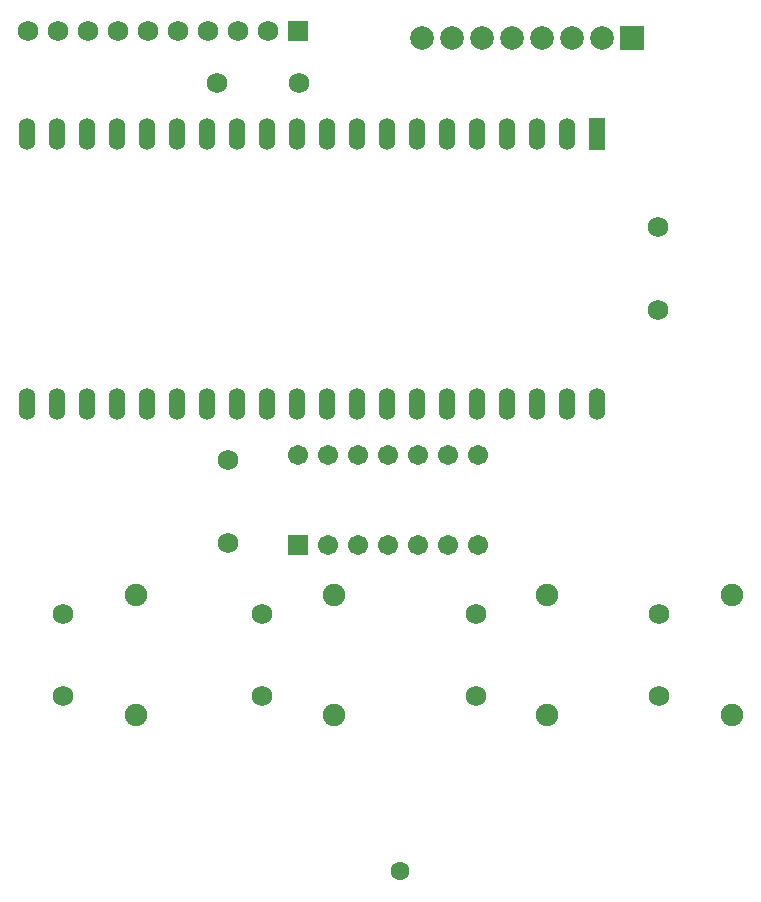
<source format=gbs>
G04 Layer_Color=8150272*
%FSLAX44Y44*%
%MOMM*%
G71*
G01*
G75*
%ADD28R,1.7032X1.7032*%
%ADD29C,1.7032*%
%ADD30C,1.9032*%
%ADD31C,1.7272*%
%ADD32R,1.7532X1.7532*%
%ADD33C,1.7532*%
%ADD34R,2.0032X2.0032*%
%ADD35C,2.0032*%
%ADD36R,1.4032X2.7032*%
%ADD37O,1.4032X2.7032*%
%ADD38C,1.6032*%
D28*
X563800Y584900D02*
D03*
D29*
X589200D02*
D03*
X614600D02*
D03*
X640000D02*
D03*
X665400D02*
D03*
X690800D02*
D03*
X716200D02*
D03*
X563800Y661100D02*
D03*
X589200D02*
D03*
X614600D02*
D03*
X640000D02*
D03*
X665400D02*
D03*
X690800D02*
D03*
X716200D02*
D03*
D30*
X594674Y542800D02*
D03*
Y441200D02*
D03*
X426511Y542800D02*
D03*
Y441200D02*
D03*
X775000Y542800D02*
D03*
Y441200D02*
D03*
X931000Y542800D02*
D03*
Y441200D02*
D03*
D31*
X505000Y587000D02*
D03*
Y657000D02*
D03*
X715000Y527000D02*
D03*
Y457000D02*
D03*
X869000Y854000D02*
D03*
Y784000D02*
D03*
X565000Y976000D02*
D03*
X495000D02*
D03*
X365000Y527000D02*
D03*
Y457000D02*
D03*
X533163Y527000D02*
D03*
Y457000D02*
D03*
X869489Y527000D02*
D03*
Y457000D02*
D03*
D32*
X564300Y1020000D02*
D03*
D33*
X538900D02*
D03*
X513500D02*
D03*
X488100D02*
D03*
X462700D02*
D03*
X437300D02*
D03*
X411900D02*
D03*
X386500D02*
D03*
X361100D02*
D03*
X335700D02*
D03*
D34*
X846900Y1014000D02*
D03*
D35*
X821500D02*
D03*
X796100D02*
D03*
X770700D02*
D03*
X745300D02*
D03*
X719900D02*
D03*
X694500D02*
D03*
X669100D02*
D03*
D36*
X817000Y933000D02*
D03*
D37*
X791600D02*
D03*
X766200D02*
D03*
X740800D02*
D03*
X715400D02*
D03*
X690000D02*
D03*
X664600D02*
D03*
X639200D02*
D03*
X613800D02*
D03*
X588400D02*
D03*
X563000D02*
D03*
X537600D02*
D03*
X512200D02*
D03*
X486800D02*
D03*
X461400D02*
D03*
X436000D02*
D03*
X410600D02*
D03*
X385200D02*
D03*
X359800D02*
D03*
X334400D02*
D03*
X817000Y704400D02*
D03*
X791600D02*
D03*
X766200D02*
D03*
X740800D02*
D03*
X715400D02*
D03*
X690000D02*
D03*
X664600D02*
D03*
X639200D02*
D03*
X613800D02*
D03*
X588400D02*
D03*
X563000D02*
D03*
X537600D02*
D03*
X512200D02*
D03*
X486800D02*
D03*
X461400D02*
D03*
X436000D02*
D03*
X410600D02*
D03*
X385200D02*
D03*
X359800D02*
D03*
X334400D02*
D03*
D38*
X650000Y309000D02*
D03*
M02*

</source>
